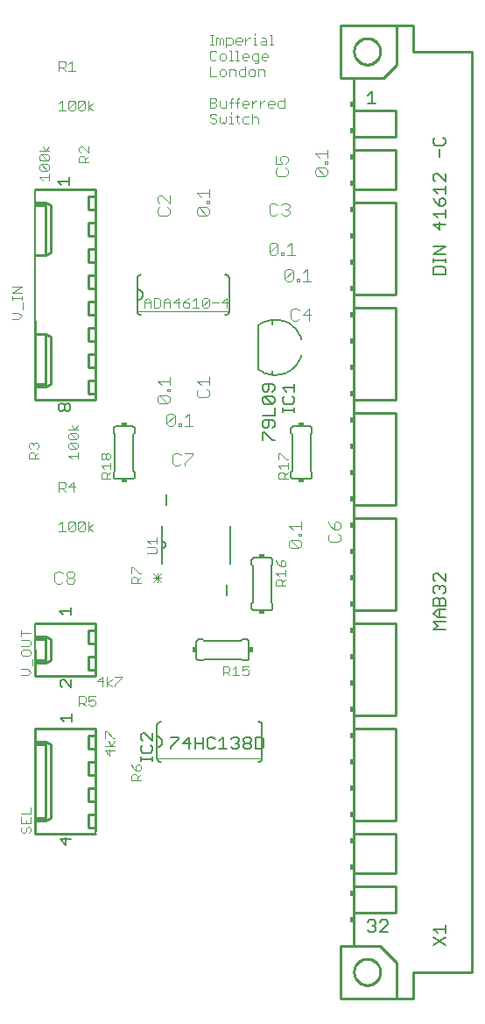
<source format=gto>
G75*
%MOIN*%
%OFA0B0*%
%FSLAX24Y24*%
%IPPOS*%
%LPD*%
%AMOC8*
5,1,8,0,0,1.08239X$1,22.5*
%
%ADD10C,0.0030*%
%ADD11C,0.0040*%
%ADD12C,0.0060*%
%ADD13C,0.0050*%
%ADD14C,0.0020*%
%ADD15R,0.0150X0.0200*%
%ADD16R,0.0200X0.0150*%
%ADD17C,0.0100*%
%ADD18C,0.0070*%
D10*
X005350Y010621D02*
X005165Y010807D01*
X005535Y010807D01*
X005535Y010990D02*
X005165Y010990D01*
X005350Y010868D02*
X005350Y010621D01*
X005412Y010990D02*
X005288Y011175D01*
X005165Y011297D02*
X005165Y011544D01*
X005226Y011544D01*
X005473Y011297D01*
X005535Y011297D01*
X005535Y011175D02*
X005412Y010990D01*
X006165Y010294D02*
X006226Y010170D01*
X006350Y010047D01*
X006350Y010232D01*
X006412Y010294D01*
X006473Y010294D01*
X006535Y010232D01*
X006535Y010108D01*
X006473Y010047D01*
X006350Y010047D01*
X006350Y009925D02*
X006412Y009864D01*
X006412Y009678D01*
X006535Y009678D02*
X006165Y009678D01*
X006165Y009864D01*
X006226Y009925D01*
X006350Y009925D01*
X006412Y009802D02*
X006535Y009925D01*
X005547Y013265D02*
X005547Y013327D01*
X005794Y013574D01*
X005794Y013635D01*
X005547Y013635D01*
X005425Y013512D02*
X005240Y013388D01*
X005425Y013265D01*
X005240Y013265D02*
X005240Y013635D01*
X005057Y013635D02*
X005057Y013265D01*
X005118Y013450D02*
X004871Y013450D01*
X005057Y013635D01*
X004794Y012885D02*
X004547Y012885D01*
X004547Y012700D01*
X004670Y012762D01*
X004732Y012762D01*
X004794Y012700D01*
X004794Y012577D01*
X004732Y012515D01*
X004608Y012515D01*
X004547Y012577D01*
X004425Y012515D02*
X004302Y012638D01*
X004364Y012638D02*
X004178Y012638D01*
X004178Y012515D02*
X004178Y012885D01*
X004364Y012885D01*
X004425Y012824D01*
X004425Y012700D01*
X004364Y012638D01*
X006165Y017178D02*
X006165Y017364D01*
X006226Y017425D01*
X006350Y017425D01*
X006412Y017364D01*
X006412Y017178D01*
X006535Y017178D02*
X006165Y017178D01*
X006165Y017547D02*
X006165Y017794D01*
X006226Y017794D01*
X006473Y017547D01*
X006535Y017547D01*
X006535Y017425D02*
X006412Y017302D01*
X007003Y017225D02*
X007317Y017539D01*
X007317Y017382D02*
X007003Y017382D01*
X007003Y017539D02*
X007317Y017225D01*
X007160Y017225D02*
X007160Y017539D01*
X004705Y019165D02*
X004520Y019288D01*
X004705Y019412D01*
X004520Y019535D02*
X004520Y019165D01*
X004399Y019227D02*
X004399Y019474D01*
X004152Y019227D01*
X004213Y019165D01*
X004337Y019165D01*
X004399Y019227D01*
X004399Y019474D02*
X004337Y019535D01*
X004213Y019535D01*
X004152Y019474D01*
X004152Y019227D01*
X004030Y019227D02*
X004030Y019474D01*
X003783Y019227D01*
X003845Y019165D01*
X003968Y019165D01*
X004030Y019227D01*
X004030Y019474D02*
X003968Y019535D01*
X003845Y019535D01*
X003783Y019474D01*
X003783Y019227D01*
X003662Y019165D02*
X003415Y019165D01*
X003538Y019165D02*
X003538Y019535D01*
X003415Y019412D01*
X003415Y020665D02*
X003415Y021035D01*
X003600Y021035D01*
X003662Y020974D01*
X003662Y020850D01*
X003600Y020788D01*
X003415Y020788D01*
X003538Y020788D02*
X003662Y020665D01*
X003783Y020850D02*
X004030Y020850D01*
X003968Y020665D02*
X003968Y021035D01*
X003783Y020850D01*
X003888Y021915D02*
X003765Y022038D01*
X004135Y022038D01*
X004135Y021915D02*
X004135Y022162D01*
X004073Y022283D02*
X003826Y022530D01*
X004073Y022530D01*
X004135Y022468D01*
X004135Y022345D01*
X004073Y022283D01*
X003826Y022283D01*
X003765Y022345D01*
X003765Y022468D01*
X003826Y022530D01*
X003826Y022652D02*
X003765Y022713D01*
X003765Y022837D01*
X003826Y022899D01*
X004073Y022652D01*
X004135Y022713D01*
X004135Y022837D01*
X004073Y022899D01*
X003826Y022899D01*
X003765Y023020D02*
X004135Y023020D01*
X004012Y023020D02*
X003888Y023205D01*
X004012Y023020D02*
X004135Y023205D01*
X004073Y022652D02*
X003826Y022652D01*
X002635Y022468D02*
X002635Y022345D01*
X002573Y022283D01*
X002635Y022162D02*
X002512Y022038D01*
X002512Y022100D02*
X002512Y021915D01*
X002635Y021915D02*
X002265Y021915D01*
X002265Y022100D01*
X002326Y022162D01*
X002450Y022162D01*
X002512Y022100D01*
X002326Y022283D02*
X002265Y022345D01*
X002265Y022468D01*
X002326Y022530D01*
X002388Y022530D01*
X002450Y022468D01*
X002512Y022530D01*
X002573Y022530D01*
X002635Y022468D01*
X002450Y022468D02*
X002450Y022407D01*
X002788Y032503D02*
X002665Y032627D01*
X003035Y032627D01*
X003035Y032750D02*
X003035Y032503D01*
X002973Y032871D02*
X002726Y032871D01*
X002665Y032933D01*
X002665Y033057D01*
X002726Y033118D01*
X002973Y032871D01*
X003035Y032933D01*
X003035Y033057D01*
X002973Y033118D01*
X002726Y033118D01*
X002726Y033240D02*
X002665Y033301D01*
X002665Y033425D01*
X002726Y033487D01*
X002973Y033240D01*
X003035Y033301D01*
X003035Y033425D01*
X002973Y033487D01*
X002726Y033487D01*
X002665Y033608D02*
X003035Y033608D01*
X002912Y033608D02*
X002788Y033793D01*
X002912Y033608D02*
X003035Y033793D01*
X002973Y033240D02*
X002726Y033240D01*
X003415Y035165D02*
X003662Y035165D01*
X003538Y035165D02*
X003538Y035535D01*
X003415Y035412D01*
X003783Y035474D02*
X003783Y035227D01*
X004030Y035474D01*
X004030Y035227D01*
X003968Y035165D01*
X003845Y035165D01*
X003783Y035227D01*
X003783Y035474D02*
X003845Y035535D01*
X003968Y035535D01*
X004030Y035474D01*
X004152Y035474D02*
X004152Y035227D01*
X004399Y035474D01*
X004399Y035227D01*
X004337Y035165D01*
X004213Y035165D01*
X004152Y035227D01*
X004152Y035474D02*
X004213Y035535D01*
X004337Y035535D01*
X004399Y035474D01*
X004520Y035535D02*
X004520Y035165D01*
X004520Y035288D02*
X004705Y035412D01*
X004520Y035288D02*
X004705Y035165D01*
X004535Y033794D02*
X004535Y033547D01*
X004288Y033794D01*
X004226Y033794D01*
X004165Y033732D01*
X004165Y033608D01*
X004226Y033547D01*
X004226Y033425D02*
X004350Y033425D01*
X004412Y033364D01*
X004412Y033178D01*
X004535Y033178D02*
X004165Y033178D01*
X004165Y033364D01*
X004226Y033425D01*
X004412Y033302D02*
X004535Y033425D01*
X004030Y036665D02*
X003783Y036665D01*
X003662Y036665D02*
X003538Y036788D01*
X003600Y036788D02*
X003415Y036788D01*
X003415Y036665D02*
X003415Y037035D01*
X003600Y037035D01*
X003662Y036974D01*
X003662Y036850D01*
X003600Y036788D01*
X003783Y036912D02*
X003907Y037035D01*
X003907Y036665D01*
X009165Y036835D02*
X009165Y036465D01*
X009412Y036465D01*
X009533Y036527D02*
X009595Y036465D01*
X009718Y036465D01*
X009780Y036527D01*
X009780Y036650D01*
X009718Y036712D01*
X009595Y036712D01*
X009533Y036650D01*
X009533Y036527D01*
X009595Y037065D02*
X009533Y037127D01*
X009533Y037250D01*
X009595Y037312D01*
X009718Y037312D01*
X009780Y037250D01*
X009780Y037127D01*
X009718Y037065D01*
X009595Y037065D01*
X009412Y037127D02*
X009350Y037065D01*
X009227Y037065D01*
X009165Y037127D01*
X009165Y037374D01*
X009227Y037435D01*
X009350Y037435D01*
X009412Y037374D01*
X009411Y037665D02*
X009411Y037912D01*
X009472Y037912D01*
X009534Y037850D01*
X009596Y037912D01*
X009657Y037850D01*
X009657Y037665D01*
X009779Y037665D02*
X009964Y037665D01*
X010026Y037727D01*
X010026Y037850D01*
X009964Y037912D01*
X009779Y037912D01*
X009779Y037542D01*
X009902Y037435D02*
X009963Y037435D01*
X009963Y037065D01*
X009902Y037065D02*
X010025Y037065D01*
X010147Y037065D02*
X010271Y037065D01*
X010209Y037065D02*
X010209Y037435D01*
X010147Y037435D01*
X010209Y037665D02*
X010147Y037727D01*
X010147Y037850D01*
X010209Y037912D01*
X010332Y037912D01*
X010394Y037850D01*
X010394Y037788D01*
X010147Y037788D01*
X010209Y037665D02*
X010332Y037665D01*
X010515Y037665D02*
X010515Y037912D01*
X010515Y037788D02*
X010639Y037912D01*
X010701Y037912D01*
X010822Y037912D02*
X010884Y037912D01*
X010884Y037665D01*
X010822Y037665D02*
X010946Y037665D01*
X011068Y037727D02*
X011130Y037788D01*
X011315Y037788D01*
X011315Y037850D02*
X011315Y037665D01*
X011130Y037665D01*
X011068Y037727D01*
X011130Y037912D02*
X011253Y037912D01*
X011315Y037850D01*
X011436Y037665D02*
X011560Y037665D01*
X011498Y037665D02*
X011498Y038035D01*
X011436Y038035D01*
X011315Y037312D02*
X011376Y037250D01*
X011376Y037188D01*
X011129Y037188D01*
X011129Y037127D02*
X011129Y037250D01*
X011191Y037312D01*
X011315Y037312D01*
X011315Y037065D02*
X011191Y037065D01*
X011129Y037127D01*
X011008Y037065D02*
X010823Y037065D01*
X010761Y037127D01*
X010761Y037250D01*
X010823Y037312D01*
X011008Y037312D01*
X011008Y037003D01*
X010946Y036942D01*
X010884Y036942D01*
X010823Y036712D02*
X010700Y036712D01*
X010638Y036650D01*
X010638Y036527D01*
X010700Y036465D01*
X010823Y036465D01*
X010885Y036527D01*
X010885Y036650D01*
X010823Y036712D01*
X011007Y036712D02*
X011007Y036465D01*
X011253Y036465D02*
X011253Y036650D01*
X011192Y036712D01*
X011007Y036712D01*
X010640Y037188D02*
X010393Y037188D01*
X010393Y037127D02*
X010393Y037250D01*
X010454Y037312D01*
X010578Y037312D01*
X010640Y037250D01*
X010640Y037188D01*
X010578Y037065D02*
X010454Y037065D01*
X010393Y037127D01*
X010517Y036835D02*
X010517Y036465D01*
X010332Y036465D01*
X010270Y036527D01*
X010270Y036650D01*
X010332Y036712D01*
X010517Y036712D01*
X010149Y036650D02*
X010149Y036465D01*
X010149Y036650D02*
X010087Y036712D01*
X009902Y036712D01*
X009902Y036465D01*
X010025Y035635D02*
X009963Y035574D01*
X009963Y035265D01*
X009963Y035097D02*
X009963Y035035D01*
X009963Y034912D02*
X009963Y034665D01*
X009902Y034665D02*
X010025Y034665D01*
X010209Y034727D02*
X010209Y034974D01*
X010147Y034912D02*
X010271Y034912D01*
X010393Y034850D02*
X010393Y034727D01*
X010454Y034665D01*
X010640Y034665D01*
X010761Y034665D02*
X010761Y035035D01*
X010823Y034912D02*
X010761Y034850D01*
X010823Y034912D02*
X010946Y034912D01*
X011008Y034850D01*
X011008Y034665D01*
X011068Y035265D02*
X011068Y035512D01*
X010946Y035512D02*
X010884Y035512D01*
X010761Y035388D01*
X010640Y035388D02*
X010393Y035388D01*
X010393Y035327D02*
X010393Y035450D01*
X010454Y035512D01*
X010578Y035512D01*
X010640Y035450D01*
X010640Y035388D01*
X010578Y035265D02*
X010454Y035265D01*
X010393Y035327D01*
X010271Y035450D02*
X010147Y035450D01*
X010025Y035450D02*
X009902Y035450D01*
X009780Y035512D02*
X009780Y035265D01*
X009595Y035265D01*
X009533Y035327D01*
X009533Y035512D01*
X009412Y035512D02*
X009350Y035450D01*
X009165Y035450D01*
X009165Y035265D02*
X009165Y035635D01*
X009350Y035635D01*
X009412Y035574D01*
X009412Y035512D01*
X009350Y035450D02*
X009412Y035388D01*
X009412Y035327D01*
X009350Y035265D01*
X009165Y035265D01*
X009227Y035035D02*
X009165Y034974D01*
X009165Y034912D01*
X009227Y034850D01*
X009350Y034850D01*
X009412Y034788D01*
X009412Y034727D01*
X009350Y034665D01*
X009227Y034665D01*
X009165Y034727D01*
X009227Y035035D02*
X009350Y035035D01*
X009412Y034974D01*
X009533Y034912D02*
X009533Y034727D01*
X009595Y034665D01*
X009657Y034727D01*
X009718Y034665D01*
X009780Y034727D01*
X009780Y034912D01*
X009902Y034912D02*
X009963Y034912D01*
X010209Y034727D02*
X010271Y034665D01*
X010393Y034850D02*
X010454Y034912D01*
X010640Y034912D01*
X010761Y035265D02*
X010761Y035512D01*
X011068Y035388D02*
X011191Y035512D01*
X011253Y035512D01*
X011375Y035450D02*
X011437Y035512D01*
X011560Y035512D01*
X011622Y035450D01*
X011622Y035388D01*
X011375Y035388D01*
X011375Y035327D02*
X011375Y035450D01*
X011375Y035327D02*
X011437Y035265D01*
X011560Y035265D01*
X011743Y035327D02*
X011743Y035450D01*
X011805Y035512D01*
X011990Y035512D01*
X011990Y035635D02*
X011990Y035265D01*
X011805Y035265D01*
X011743Y035327D01*
X010884Y038035D02*
X010884Y038097D01*
X010271Y035635D02*
X010209Y035574D01*
X010209Y035265D01*
X009534Y037665D02*
X009534Y037850D01*
X009288Y037665D02*
X009165Y037665D01*
X009227Y037665D02*
X009227Y038035D01*
X009288Y038035D02*
X009165Y038035D01*
D11*
X011670Y033437D02*
X011670Y033130D01*
X011900Y033130D01*
X011823Y033284D01*
X011823Y033361D01*
X011900Y033437D01*
X012053Y033437D01*
X012130Y033361D01*
X012130Y033207D01*
X012053Y033130D01*
X012053Y032977D02*
X012130Y032900D01*
X012130Y032747D01*
X012053Y032670D01*
X011746Y032670D01*
X011670Y032747D01*
X011670Y032900D01*
X011746Y032977D01*
X011650Y031630D02*
X011497Y031630D01*
X011420Y031554D01*
X011420Y031247D01*
X011497Y031170D01*
X011650Y031170D01*
X011727Y031247D01*
X011880Y031247D02*
X011957Y031170D01*
X012111Y031170D01*
X012187Y031247D01*
X012187Y031323D01*
X012111Y031400D01*
X012034Y031400D01*
X012111Y031400D02*
X012187Y031477D01*
X012187Y031554D01*
X012111Y031630D01*
X011957Y031630D01*
X011880Y031554D01*
X011727Y031554D02*
X011650Y031630D01*
X011650Y030130D02*
X011497Y030130D01*
X011420Y030054D01*
X011420Y029747D01*
X011727Y030054D01*
X011727Y029747D01*
X011650Y029670D01*
X011497Y029670D01*
X011420Y029747D01*
X011727Y030054D02*
X011650Y030130D01*
X011880Y029747D02*
X011957Y029747D01*
X011957Y029670D01*
X011880Y029670D01*
X011880Y029747D01*
X012111Y029670D02*
X012418Y029670D01*
X012264Y029670D02*
X012264Y030130D01*
X012111Y029977D01*
X012096Y029130D02*
X012249Y029130D01*
X012326Y029054D01*
X012019Y028747D01*
X012096Y028670D01*
X012249Y028670D01*
X012326Y028747D01*
X012326Y029054D01*
X012096Y029130D02*
X012019Y029054D01*
X012019Y028747D01*
X012479Y028747D02*
X012556Y028747D01*
X012556Y028670D01*
X012479Y028670D01*
X012479Y028747D01*
X012710Y028670D02*
X013017Y028670D01*
X012863Y028670D02*
X012863Y029130D01*
X012710Y028977D01*
X012940Y027630D02*
X012710Y027400D01*
X013017Y027400D01*
X012940Y027170D02*
X012940Y027630D01*
X012556Y027554D02*
X012479Y027630D01*
X012326Y027630D01*
X012249Y027554D01*
X012249Y027247D01*
X012326Y027170D01*
X012479Y027170D01*
X012556Y027247D01*
X011828Y022122D02*
X011770Y022122D01*
X011770Y021888D01*
X011828Y022122D02*
X012062Y021888D01*
X012120Y021888D01*
X012120Y021763D02*
X012120Y021529D01*
X012120Y021646D02*
X011770Y021646D01*
X011886Y021529D01*
X011828Y021404D02*
X011770Y021345D01*
X011770Y021170D01*
X012120Y021170D01*
X012003Y021170D02*
X012003Y021345D01*
X011945Y021404D01*
X011828Y021404D01*
X012003Y021287D02*
X012120Y021404D01*
X012630Y019517D02*
X012630Y019210D01*
X012630Y019363D02*
X012170Y019363D01*
X012323Y019210D01*
X012246Y018826D02*
X012553Y018519D01*
X012630Y018596D01*
X012630Y018749D01*
X012553Y018826D01*
X012246Y018826D01*
X012170Y018749D01*
X012170Y018596D01*
X012246Y018519D01*
X012553Y018519D01*
X012553Y018979D02*
X012553Y019056D01*
X012630Y019056D01*
X012630Y018979D01*
X012553Y018979D01*
X011972Y018044D02*
X011913Y018044D01*
X011855Y017986D01*
X011855Y017811D01*
X011972Y017811D01*
X012030Y017869D01*
X012030Y017986D01*
X011972Y018044D01*
X011855Y017811D02*
X011738Y017928D01*
X011680Y018044D01*
X011680Y017569D02*
X012030Y017569D01*
X012030Y017685D02*
X012030Y017452D01*
X012030Y017326D02*
X011913Y017209D01*
X011913Y017268D02*
X011913Y017093D01*
X012030Y017093D02*
X011680Y017093D01*
X011680Y017268D01*
X011738Y017326D01*
X011855Y017326D01*
X011913Y017268D01*
X011796Y017452D02*
X011680Y017569D01*
X010622Y014030D02*
X010388Y014030D01*
X010388Y013855D01*
X010505Y013914D01*
X010563Y013914D01*
X010622Y013855D01*
X010622Y013738D01*
X010563Y013680D01*
X010447Y013680D01*
X010388Y013738D01*
X010263Y013680D02*
X010029Y013680D01*
X010146Y013680D02*
X010146Y014030D01*
X010029Y013914D01*
X009904Y013972D02*
X009904Y013855D01*
X009845Y013797D01*
X009670Y013797D01*
X009787Y013797D02*
X009904Y013680D01*
X009670Y013680D02*
X009670Y014030D01*
X009845Y014030D01*
X009904Y013972D01*
X007070Y018310D02*
X007130Y018370D01*
X007130Y018490D01*
X007070Y018550D01*
X006770Y018550D01*
X006890Y018678D02*
X006770Y018798D01*
X007130Y018798D01*
X007130Y018678D02*
X007130Y018919D01*
X007070Y018310D02*
X006770Y018310D01*
X005370Y021170D02*
X005020Y021170D01*
X005020Y021345D01*
X005078Y021404D01*
X005195Y021404D01*
X005253Y021345D01*
X005253Y021170D01*
X005253Y021287D02*
X005370Y021404D01*
X005370Y021529D02*
X005370Y021763D01*
X005370Y021646D02*
X005020Y021646D01*
X005136Y021529D01*
X005136Y021888D02*
X005078Y021888D01*
X005020Y021947D01*
X005020Y022063D01*
X005078Y022122D01*
X005136Y022122D01*
X005195Y022063D01*
X005195Y021947D01*
X005136Y021888D01*
X005195Y021947D02*
X005253Y021888D01*
X005312Y021888D01*
X005370Y021947D01*
X005370Y022063D01*
X005312Y022122D01*
X005253Y022122D01*
X005195Y022063D01*
X007170Y024096D02*
X007170Y024249D01*
X007246Y024326D01*
X007553Y024019D01*
X007630Y024096D01*
X007630Y024249D01*
X007553Y024326D01*
X007246Y024326D01*
X007170Y024096D02*
X007246Y024019D01*
X007553Y024019D01*
X007596Y023630D02*
X007519Y023554D01*
X007519Y023247D01*
X007826Y023554D01*
X007826Y023247D01*
X007749Y023170D01*
X007596Y023170D01*
X007519Y023247D01*
X007596Y023630D02*
X007749Y023630D01*
X007826Y023554D01*
X007979Y023247D02*
X008056Y023247D01*
X008056Y023170D01*
X007979Y023170D01*
X007979Y023247D01*
X008210Y023170D02*
X008517Y023170D01*
X008363Y023170D02*
X008363Y023630D01*
X008210Y023477D01*
X008746Y024249D02*
X008670Y024326D01*
X008670Y024479D01*
X008746Y024556D01*
X008823Y024710D02*
X008670Y024863D01*
X009130Y024863D01*
X009130Y024710D02*
X009130Y025017D01*
X009053Y024556D02*
X009130Y024479D01*
X009130Y024326D01*
X009053Y024249D01*
X008746Y024249D01*
X007630Y024479D02*
X007630Y024556D01*
X007553Y024556D01*
X007553Y024479D01*
X007630Y024479D01*
X007630Y024710D02*
X007630Y025017D01*
X007630Y024863D02*
X007170Y024863D01*
X007323Y024710D01*
X007826Y022130D02*
X007749Y022054D01*
X007749Y021747D01*
X007826Y021670D01*
X007979Y021670D01*
X008056Y021747D01*
X008210Y021747D02*
X008210Y021670D01*
X008210Y021747D02*
X008517Y022054D01*
X008517Y022130D01*
X008210Y022130D01*
X008056Y022054D02*
X007979Y022130D01*
X007826Y022130D01*
X007955Y027670D02*
X007955Y028030D01*
X007775Y027850D01*
X008015Y027850D01*
X008143Y027850D02*
X008143Y027730D01*
X008203Y027670D01*
X008323Y027670D01*
X008383Y027730D01*
X008383Y027790D01*
X008323Y027850D01*
X008143Y027850D01*
X008263Y027970D01*
X008383Y028030D01*
X008512Y027910D02*
X008632Y028030D01*
X008632Y027670D01*
X008512Y027670D02*
X008752Y027670D01*
X008880Y027730D02*
X008880Y027970D01*
X008940Y028030D01*
X009060Y028030D01*
X009120Y027970D01*
X008880Y027730D01*
X008940Y027670D01*
X009060Y027670D01*
X009120Y027730D01*
X009120Y027970D01*
X009248Y027850D02*
X009488Y027850D01*
X009617Y027850D02*
X009857Y027850D01*
X009797Y027670D02*
X009797Y028030D01*
X009617Y027850D01*
X009053Y031170D02*
X008746Y031170D01*
X008670Y031247D01*
X008670Y031400D01*
X008746Y031477D01*
X009053Y031170D01*
X009130Y031247D01*
X009130Y031400D01*
X009053Y031477D01*
X008746Y031477D01*
X009053Y031630D02*
X009053Y031707D01*
X009130Y031707D01*
X009130Y031630D01*
X009053Y031630D01*
X009130Y031861D02*
X009130Y032168D01*
X009130Y032014D02*
X008670Y032014D01*
X008823Y031861D01*
X007630Y031937D02*
X007630Y031630D01*
X007323Y031937D01*
X007246Y031937D01*
X007170Y031861D01*
X007170Y031707D01*
X007246Y031630D01*
X007246Y031477D02*
X007170Y031400D01*
X007170Y031247D01*
X007246Y031170D01*
X007553Y031170D01*
X007630Y031247D01*
X007630Y031400D01*
X007553Y031477D01*
X007527Y028030D02*
X007647Y027910D01*
X007647Y027670D01*
X007647Y027850D02*
X007407Y027850D01*
X007407Y027910D02*
X007527Y028030D01*
X007407Y027910D02*
X007407Y027670D01*
X007279Y027730D02*
X007279Y027970D01*
X007218Y028030D01*
X007038Y028030D01*
X007038Y027670D01*
X007218Y027670D01*
X007279Y027730D01*
X006910Y027670D02*
X006910Y027910D01*
X006790Y028030D01*
X006670Y027910D01*
X006670Y027670D01*
X006670Y027850D02*
X006910Y027850D01*
X002051Y027839D02*
X002051Y027599D01*
X001870Y027471D02*
X001991Y027351D01*
X001870Y027231D01*
X001630Y027231D01*
X001630Y027471D02*
X001870Y027471D01*
X001991Y027967D02*
X001991Y028087D01*
X001991Y028027D02*
X001630Y028027D01*
X001630Y027967D02*
X001630Y028087D01*
X001630Y028213D02*
X001991Y028453D01*
X001630Y028453D01*
X001630Y028213D02*
X001991Y028213D01*
X003326Y017630D02*
X003249Y017554D01*
X003249Y017247D01*
X003326Y017170D01*
X003479Y017170D01*
X003556Y017247D01*
X003710Y017247D02*
X003710Y017323D01*
X003786Y017400D01*
X003940Y017400D01*
X004017Y017323D01*
X004017Y017247D01*
X003940Y017170D01*
X003786Y017170D01*
X003710Y017247D01*
X003786Y017400D02*
X003710Y017477D01*
X003710Y017554D01*
X003786Y017630D01*
X003940Y017630D01*
X004017Y017554D01*
X004017Y017477D01*
X003940Y017400D01*
X003556Y017554D02*
X003479Y017630D01*
X003326Y017630D01*
X002341Y015274D02*
X001980Y015274D01*
X001980Y015154D02*
X001980Y015394D01*
X001980Y015026D02*
X002281Y015026D01*
X002341Y014966D01*
X002341Y014846D01*
X002281Y014786D01*
X001980Y014786D01*
X002040Y014657D02*
X001980Y014597D01*
X001980Y014477D01*
X002040Y014417D01*
X002281Y014417D01*
X002341Y014477D01*
X002341Y014597D01*
X002281Y014657D01*
X002040Y014657D01*
X001980Y013921D02*
X002220Y013921D01*
X002341Y013801D01*
X002220Y013681D01*
X001980Y013681D01*
X002401Y014049D02*
X002401Y014289D01*
X002341Y008657D02*
X002341Y008417D01*
X001980Y008417D01*
X001980Y008289D02*
X001980Y008049D01*
X002341Y008049D01*
X002341Y008289D01*
X002160Y008169D02*
X002160Y008049D01*
X002220Y007921D02*
X002281Y007921D01*
X002341Y007861D01*
X002341Y007741D01*
X002281Y007681D01*
X002160Y007741D02*
X002160Y007861D01*
X002220Y007921D01*
X002040Y007921D02*
X001980Y007861D01*
X001980Y007741D01*
X002040Y007681D01*
X002100Y007681D01*
X002160Y007741D01*
X013670Y018826D02*
X013746Y018749D01*
X014053Y018749D01*
X014130Y018826D01*
X014130Y018979D01*
X014053Y019056D01*
X014053Y019210D02*
X014130Y019286D01*
X014130Y019440D01*
X014053Y019517D01*
X013977Y019517D01*
X013900Y019440D01*
X013900Y019210D01*
X014053Y019210D01*
X013900Y019210D02*
X013746Y019363D01*
X013670Y019517D01*
X013746Y019056D02*
X013670Y018979D01*
X013670Y018826D01*
X013553Y032670D02*
X013246Y032670D01*
X013170Y032747D01*
X013170Y032900D01*
X013246Y032977D01*
X013553Y032670D01*
X013630Y032747D01*
X013630Y032900D01*
X013553Y032977D01*
X013246Y032977D01*
X013323Y033361D02*
X013170Y033514D01*
X013630Y033514D01*
X013630Y033361D02*
X013630Y033668D01*
X013630Y033207D02*
X013630Y033130D01*
X013553Y033130D01*
X013553Y033207D01*
X013630Y033207D01*
D12*
X011550Y027195D02*
X011550Y027037D01*
X011000Y026975D02*
X011000Y025325D01*
X011550Y025263D02*
X011550Y025105D01*
X011000Y025325D02*
X011051Y025288D01*
X011104Y025253D01*
X011160Y025221D01*
X011217Y025193D01*
X011276Y025169D01*
X011336Y025148D01*
X011397Y025131D01*
X011459Y025117D01*
X011522Y025108D01*
X011585Y025102D01*
X011649Y025100D01*
X011713Y025102D01*
X011776Y025108D01*
X011839Y025117D01*
X011901Y025130D01*
X011962Y025148D01*
X012022Y025168D01*
X012081Y025193D01*
X012138Y025220D01*
X012194Y025252D01*
X012247Y025286D01*
X012298Y025324D01*
X012347Y025365D01*
X012393Y025409D01*
X012437Y025455D01*
X012478Y025504D01*
X012515Y025555D01*
X012550Y025609D01*
X012581Y025664D01*
X012609Y025721D01*
X012633Y025780D01*
X012653Y025840D01*
X012653Y026460D02*
X012633Y026520D01*
X012609Y026579D01*
X012581Y026636D01*
X012550Y026691D01*
X012515Y026745D01*
X012478Y026796D01*
X012437Y026845D01*
X012393Y026891D01*
X012347Y026935D01*
X012298Y026976D01*
X012247Y027014D01*
X012194Y027048D01*
X012138Y027079D01*
X012081Y027107D01*
X012022Y027132D01*
X011962Y027152D01*
X011901Y027170D01*
X011839Y027183D01*
X011776Y027192D01*
X011713Y027198D01*
X011649Y027200D01*
X011585Y027198D01*
X011522Y027192D01*
X011459Y027183D01*
X011397Y027169D01*
X011336Y027152D01*
X011276Y027131D01*
X011217Y027107D01*
X011160Y027079D01*
X011104Y027047D01*
X011051Y027012D01*
X011000Y026975D01*
X009900Y027530D02*
X009900Y028770D01*
X009898Y028793D01*
X009893Y028816D01*
X009884Y028838D01*
X009871Y028858D01*
X009856Y028876D01*
X009838Y028891D01*
X009818Y028904D01*
X009796Y028913D01*
X009773Y028918D01*
X009750Y028920D01*
X009900Y027530D02*
X009898Y027507D01*
X009893Y027484D01*
X009884Y027462D01*
X009871Y027442D01*
X009856Y027424D01*
X009838Y027409D01*
X009818Y027396D01*
X009796Y027387D01*
X009773Y027382D01*
X009750Y027380D01*
X012350Y023150D02*
X012950Y023150D01*
X012967Y023148D01*
X012984Y023144D01*
X013000Y023137D01*
X013014Y023127D01*
X013027Y023114D01*
X013037Y023100D01*
X013044Y023084D01*
X013048Y023067D01*
X013050Y023050D01*
X013050Y022900D01*
X013000Y022850D01*
X013000Y021450D01*
X013050Y021400D01*
X013050Y021250D01*
X013048Y021233D01*
X013044Y021216D01*
X013037Y021200D01*
X013027Y021186D01*
X013014Y021173D01*
X013000Y021163D01*
X012984Y021156D01*
X012967Y021152D01*
X012950Y021150D01*
X012350Y021150D01*
X012333Y021152D01*
X012316Y021156D01*
X012300Y021163D01*
X012286Y021173D01*
X012273Y021186D01*
X012263Y021200D01*
X012256Y021216D01*
X012252Y021233D01*
X012250Y021250D01*
X012250Y021400D01*
X012300Y021450D01*
X012300Y022850D01*
X012250Y022900D01*
X012250Y023050D01*
X012252Y023067D01*
X012256Y023084D01*
X012263Y023100D01*
X012273Y023114D01*
X012286Y023127D01*
X012300Y023137D01*
X012316Y023144D01*
X012333Y023148D01*
X012350Y023150D01*
X009950Y019370D02*
X009950Y017930D01*
X009810Y017120D02*
X009810Y016720D01*
X010750Y016400D02*
X010750Y016250D01*
X010752Y016233D01*
X010756Y016216D01*
X010763Y016200D01*
X010773Y016186D01*
X010786Y016173D01*
X010800Y016163D01*
X010816Y016156D01*
X010833Y016152D01*
X010850Y016150D01*
X011450Y016150D01*
X011467Y016152D01*
X011484Y016156D01*
X011500Y016163D01*
X011514Y016173D01*
X011527Y016186D01*
X011537Y016200D01*
X011544Y016216D01*
X011548Y016233D01*
X011550Y016250D01*
X011550Y016400D01*
X011500Y016450D01*
X011500Y017850D01*
X011550Y017900D01*
X011550Y018050D01*
X011548Y018067D01*
X011544Y018084D01*
X011537Y018100D01*
X011527Y018114D01*
X011514Y018127D01*
X011500Y018137D01*
X011484Y018144D01*
X011467Y018148D01*
X011450Y018150D01*
X010850Y018150D01*
X010833Y018148D01*
X010816Y018144D01*
X010800Y018137D01*
X010786Y018127D01*
X010773Y018114D01*
X010763Y018100D01*
X010756Y018084D01*
X010752Y018067D01*
X010750Y018050D01*
X010750Y017900D01*
X010800Y017850D01*
X010800Y016450D01*
X010750Y016400D01*
X010550Y015050D02*
X010400Y015050D01*
X010350Y015000D01*
X008950Y015000D01*
X008900Y015050D01*
X008750Y015050D01*
X008733Y015048D01*
X008716Y015044D01*
X008700Y015037D01*
X008686Y015027D01*
X008673Y015014D01*
X008663Y015000D01*
X008656Y014984D01*
X008652Y014967D01*
X008650Y014950D01*
X008650Y014350D01*
X008652Y014333D01*
X008656Y014316D01*
X008663Y014300D01*
X008673Y014286D01*
X008686Y014273D01*
X008700Y014263D01*
X008716Y014256D01*
X008733Y014252D01*
X008750Y014250D01*
X008900Y014250D01*
X008950Y014300D01*
X010350Y014300D01*
X010400Y014250D01*
X010550Y014250D01*
X010567Y014252D01*
X010584Y014256D01*
X010600Y014263D01*
X010614Y014273D01*
X010627Y014286D01*
X010637Y014300D01*
X010644Y014316D01*
X010648Y014333D01*
X010650Y014350D01*
X010650Y014950D01*
X010648Y014967D01*
X010644Y014984D01*
X010637Y015000D01*
X010627Y015014D01*
X010614Y015027D01*
X010600Y015037D01*
X010584Y015044D01*
X010567Y015048D01*
X010550Y015050D01*
X011000Y011920D02*
X011023Y011918D01*
X011046Y011913D01*
X011068Y011904D01*
X011088Y011891D01*
X011106Y011876D01*
X011121Y011858D01*
X011134Y011838D01*
X011143Y011816D01*
X011148Y011793D01*
X011150Y011770D01*
X011150Y010530D01*
X011148Y010507D01*
X011143Y010484D01*
X011134Y010462D01*
X011121Y010442D01*
X011106Y010424D01*
X011088Y010409D01*
X011068Y010396D01*
X011046Y010387D01*
X011023Y010382D01*
X011000Y010380D01*
X007300Y010380D02*
X007277Y010382D01*
X007254Y010387D01*
X007232Y010396D01*
X007212Y010409D01*
X007194Y010424D01*
X007179Y010442D01*
X007166Y010462D01*
X007157Y010484D01*
X007152Y010507D01*
X007150Y010530D01*
X007150Y010950D01*
X007150Y011350D01*
X007150Y011770D01*
X007152Y011793D01*
X007157Y011816D01*
X007166Y011838D01*
X007179Y011858D01*
X007194Y011876D01*
X007212Y011891D01*
X007232Y011904D01*
X007254Y011913D01*
X007277Y011918D01*
X007300Y011920D01*
X007150Y011350D02*
X007177Y011348D01*
X007204Y011343D01*
X007230Y011333D01*
X007254Y011321D01*
X007276Y011305D01*
X007296Y011287D01*
X007313Y011265D01*
X007328Y011242D01*
X007338Y011217D01*
X007346Y011191D01*
X007350Y011164D01*
X007350Y011136D01*
X007346Y011109D01*
X007338Y011083D01*
X007328Y011058D01*
X007313Y011035D01*
X007296Y011013D01*
X007276Y010995D01*
X007254Y010979D01*
X007230Y010967D01*
X007204Y010957D01*
X007177Y010952D01*
X007150Y010950D01*
X007350Y017930D02*
X007350Y018530D01*
X007350Y018770D01*
X007350Y019370D01*
X007350Y018770D02*
X007371Y018768D01*
X007391Y018763D01*
X007410Y018754D01*
X007427Y018742D01*
X007442Y018727D01*
X007454Y018710D01*
X007463Y018691D01*
X007468Y018671D01*
X007470Y018650D01*
X007468Y018629D01*
X007463Y018609D01*
X007454Y018590D01*
X007442Y018573D01*
X007427Y018558D01*
X007410Y018546D01*
X007391Y018537D01*
X007371Y018532D01*
X007350Y018530D01*
X007500Y020170D02*
X007500Y020570D01*
X006300Y021250D02*
X006300Y021400D01*
X006250Y021450D01*
X006250Y022850D01*
X006300Y022900D01*
X006300Y023050D01*
X006298Y023067D01*
X006294Y023084D01*
X006287Y023100D01*
X006277Y023114D01*
X006264Y023127D01*
X006250Y023137D01*
X006234Y023144D01*
X006217Y023148D01*
X006200Y023150D01*
X005600Y023150D01*
X005583Y023148D01*
X005566Y023144D01*
X005550Y023137D01*
X005536Y023127D01*
X005523Y023114D01*
X005513Y023100D01*
X005506Y023084D01*
X005502Y023067D01*
X005500Y023050D01*
X005500Y022900D01*
X005550Y022850D01*
X005550Y021450D01*
X005500Y021400D01*
X005500Y021250D01*
X005502Y021233D01*
X005506Y021216D01*
X005513Y021200D01*
X005523Y021186D01*
X005536Y021173D01*
X005550Y021163D01*
X005566Y021156D01*
X005583Y021152D01*
X005600Y021150D01*
X006200Y021150D01*
X006217Y021152D01*
X006234Y021156D01*
X006250Y021163D01*
X006264Y021173D01*
X006277Y021186D01*
X006287Y021200D01*
X006294Y021216D01*
X006298Y021233D01*
X006300Y021250D01*
X006400Y027530D02*
X006400Y027950D01*
X006400Y028350D01*
X006400Y028770D01*
X006402Y028793D01*
X006407Y028816D01*
X006416Y028838D01*
X006429Y028858D01*
X006444Y028876D01*
X006462Y028891D01*
X006482Y028904D01*
X006504Y028913D01*
X006527Y028918D01*
X006550Y028920D01*
X006400Y028350D02*
X006427Y028348D01*
X006454Y028343D01*
X006480Y028333D01*
X006504Y028321D01*
X006526Y028305D01*
X006546Y028287D01*
X006563Y028265D01*
X006578Y028242D01*
X006588Y028217D01*
X006596Y028191D01*
X006600Y028164D01*
X006600Y028136D01*
X006596Y028109D01*
X006588Y028083D01*
X006578Y028058D01*
X006563Y028035D01*
X006546Y028013D01*
X006526Y027995D01*
X006504Y027979D01*
X006480Y027967D01*
X006454Y027957D01*
X006427Y027952D01*
X006400Y027950D01*
X006400Y027530D02*
X006402Y027507D01*
X006407Y027484D01*
X006416Y027462D01*
X006429Y027442D01*
X006444Y027424D01*
X006462Y027409D01*
X006482Y027396D01*
X006504Y027387D01*
X006527Y027382D01*
X006550Y027380D01*
D13*
X002650Y024650D02*
X002500Y024650D01*
X002500Y027150D02*
X002500Y032150D01*
X002500Y015650D02*
X002500Y014650D01*
X002500Y014250D02*
X002500Y014150D01*
X002650Y014150D01*
X004800Y013900D02*
X004800Y013750D01*
X004800Y014650D02*
X004800Y014900D01*
X004800Y015400D02*
X004800Y015650D01*
X006600Y011493D02*
X006525Y011418D01*
X006525Y011267D01*
X006600Y011192D01*
X006600Y011032D02*
X006525Y010957D01*
X006525Y010807D01*
X006600Y010732D01*
X006900Y010732D01*
X006975Y010807D01*
X006975Y010957D01*
X006900Y011032D01*
X006975Y011192D02*
X006675Y011493D01*
X006600Y011493D01*
X006975Y011493D02*
X006975Y011192D01*
X006975Y010575D02*
X006975Y010425D01*
X006975Y010500D02*
X006525Y010500D01*
X006525Y010425D02*
X006525Y010575D01*
X007675Y010875D02*
X007675Y010950D01*
X007975Y011250D01*
X007975Y011325D01*
X007675Y011325D01*
X008135Y011100D02*
X008436Y011100D01*
X008596Y011100D02*
X008896Y011100D01*
X009056Y010950D02*
X009131Y010875D01*
X009281Y010875D01*
X009356Y010950D01*
X009517Y010875D02*
X009817Y010875D01*
X009667Y010875D02*
X009667Y011325D01*
X009517Y011175D01*
X009356Y011250D02*
X009281Y011325D01*
X009131Y011325D01*
X009056Y011250D01*
X009056Y010950D01*
X008896Y010875D02*
X008896Y011325D01*
X008596Y011325D02*
X008596Y010875D01*
X008361Y010875D02*
X008361Y011325D01*
X008135Y011100D01*
X009977Y010950D02*
X010052Y010875D01*
X010202Y010875D01*
X010277Y010950D01*
X010277Y011025D01*
X010202Y011100D01*
X010127Y011100D01*
X010202Y011100D02*
X010277Y011175D01*
X010277Y011250D01*
X010202Y011325D01*
X010052Y011325D01*
X009977Y011250D01*
X010437Y011250D02*
X010437Y011175D01*
X010512Y011100D01*
X010663Y011100D01*
X010738Y011025D01*
X010738Y010950D01*
X010663Y010875D01*
X010512Y010875D01*
X010437Y010950D01*
X010437Y011025D01*
X010512Y011100D01*
X010663Y011100D02*
X010738Y011175D01*
X010738Y011250D01*
X010663Y011325D01*
X010512Y011325D01*
X010437Y011250D01*
X010898Y011325D02*
X010898Y010875D01*
X011123Y010875D01*
X011198Y010950D01*
X011198Y011250D01*
X011123Y011325D01*
X010898Y011325D01*
X015250Y004375D02*
X015175Y004300D01*
X015250Y004375D02*
X015400Y004375D01*
X015475Y004300D01*
X015475Y004225D01*
X015400Y004150D01*
X015475Y004075D01*
X015475Y004000D01*
X015400Y003925D01*
X015250Y003925D01*
X015175Y004000D01*
X015325Y004150D02*
X015400Y004150D01*
X015635Y004300D02*
X015710Y004375D01*
X015861Y004375D01*
X015936Y004300D01*
X015936Y004225D01*
X015635Y003925D01*
X015936Y003925D01*
X017675Y004036D02*
X018125Y004036D01*
X018125Y004186D02*
X018125Y003885D01*
X018125Y003725D02*
X017675Y003425D01*
X017675Y003725D02*
X018125Y003425D01*
X017825Y003885D02*
X017675Y004036D01*
X017675Y015415D02*
X017825Y015565D01*
X017675Y015715D01*
X018125Y015715D01*
X018125Y015875D02*
X017825Y015875D01*
X017675Y016026D01*
X017825Y016176D01*
X018125Y016176D01*
X018125Y016336D02*
X018125Y016561D01*
X018050Y016636D01*
X017975Y016636D01*
X017900Y016561D01*
X017900Y016336D01*
X017900Y016176D02*
X017900Y015875D01*
X018125Y015415D02*
X017675Y015415D01*
X017675Y016336D02*
X017675Y016561D01*
X017750Y016636D01*
X017825Y016636D01*
X017900Y016561D01*
X018050Y016796D02*
X018125Y016871D01*
X018125Y017021D01*
X018050Y017096D01*
X017975Y017096D01*
X017900Y017021D01*
X017900Y016946D01*
X017900Y017021D02*
X017825Y017096D01*
X017750Y017096D01*
X017675Y017021D01*
X017675Y016871D01*
X017750Y016796D01*
X017750Y017257D02*
X017675Y017332D01*
X017675Y017482D01*
X017750Y017557D01*
X017825Y017557D01*
X018125Y017257D01*
X018125Y017557D01*
X018125Y016336D02*
X017675Y016336D01*
X012375Y023697D02*
X012375Y023847D01*
X012375Y023772D02*
X011925Y023772D01*
X011925Y023697D02*
X011925Y023847D01*
X012000Y024004D02*
X011925Y024079D01*
X011925Y024229D01*
X012000Y024304D01*
X012075Y024465D02*
X011925Y024615D01*
X012375Y024615D01*
X012375Y024465D02*
X012375Y024765D01*
X012300Y024304D02*
X012375Y024229D01*
X012375Y024079D01*
X012300Y024004D01*
X012000Y024004D01*
X011625Y024079D02*
X011550Y024004D01*
X011250Y024304D01*
X011550Y024304D01*
X011625Y024229D01*
X011625Y024079D01*
X011550Y024004D02*
X011250Y024004D01*
X011175Y024079D01*
X011175Y024229D01*
X011250Y024304D01*
X011250Y024465D02*
X011325Y024465D01*
X011400Y024540D01*
X011400Y024765D01*
X011550Y024765D02*
X011250Y024765D01*
X011175Y024690D01*
X011175Y024540D01*
X011250Y024465D01*
X011550Y024465D02*
X011625Y024540D01*
X011625Y024690D01*
X011550Y024765D01*
X011625Y023844D02*
X011625Y023544D01*
X011175Y023544D01*
X011250Y023384D02*
X011175Y023309D01*
X011175Y023158D01*
X011250Y023083D01*
X011325Y023083D01*
X011400Y023158D01*
X011400Y023384D01*
X011550Y023384D02*
X011250Y023384D01*
X011550Y023384D02*
X011625Y023309D01*
X011625Y023158D01*
X011550Y023083D01*
X011250Y022923D02*
X011550Y022623D01*
X011625Y022623D01*
X011250Y022923D02*
X011175Y022923D01*
X011175Y022623D01*
X015175Y035425D02*
X015475Y035425D01*
X015325Y035425D02*
X015325Y035875D01*
X015175Y035725D01*
X017675Y034061D02*
X017675Y033911D01*
X017750Y033836D01*
X018050Y033836D01*
X018125Y033911D01*
X018125Y034061D01*
X018050Y034136D01*
X017750Y034136D02*
X017675Y034061D01*
X017900Y033676D02*
X017900Y033375D01*
X017825Y032755D02*
X017750Y032755D01*
X017675Y032680D01*
X017675Y032530D01*
X017750Y032455D01*
X017825Y032755D02*
X018125Y032455D01*
X018125Y032755D01*
X018125Y032295D02*
X018125Y031994D01*
X018125Y032144D02*
X017675Y032144D01*
X017825Y031994D01*
X017975Y031834D02*
X017900Y031759D01*
X017900Y031534D01*
X018050Y031534D01*
X018125Y031609D01*
X018125Y031759D01*
X018050Y031834D01*
X017975Y031834D01*
X017750Y031684D02*
X017900Y031534D01*
X017750Y031684D02*
X017675Y031834D01*
X017675Y031224D02*
X018125Y031224D01*
X018125Y031374D02*
X018125Y031073D01*
X018125Y030838D02*
X017675Y030838D01*
X017900Y030613D01*
X017900Y030913D01*
X017825Y031073D02*
X017675Y031224D01*
X017675Y029993D02*
X018125Y029993D01*
X017675Y029692D01*
X018125Y029692D01*
X018125Y029536D02*
X018125Y029385D01*
X018125Y029460D02*
X017675Y029460D01*
X017675Y029385D02*
X017675Y029536D01*
X017750Y029225D02*
X017675Y029150D01*
X017675Y028925D01*
X018125Y028925D01*
X018125Y029150D01*
X018050Y029225D01*
X017750Y029225D01*
X004800Y008600D02*
X004800Y007650D01*
X002650Y008150D02*
X002500Y008150D01*
X002500Y008250D01*
D14*
X007150Y010520D02*
X011150Y010520D01*
X009900Y027520D02*
X006400Y027520D01*
D15*
X008575Y014650D03*
X010725Y014650D03*
X014575Y014400D03*
X014575Y015400D03*
X014575Y016400D03*
X014575Y017400D03*
X014575Y018400D03*
X014575Y019400D03*
X014575Y020400D03*
X014575Y021400D03*
X014575Y022400D03*
X014575Y023400D03*
X014575Y024400D03*
X014575Y025400D03*
X014575Y026400D03*
X014575Y027400D03*
X014575Y028400D03*
X014575Y029400D03*
X014575Y030400D03*
X014575Y031400D03*
X014575Y032400D03*
X014575Y033400D03*
X014575Y034400D03*
X014575Y035400D03*
X014575Y013400D03*
X014575Y012400D03*
X014575Y011400D03*
X014575Y010400D03*
X014575Y009400D03*
X014575Y008400D03*
X014575Y007400D03*
X014575Y006400D03*
X014575Y005400D03*
X014575Y004400D03*
D16*
X011150Y016075D03*
X011150Y018225D03*
X012650Y021075D03*
X012650Y023225D03*
X005900Y023225D03*
X005900Y021075D03*
D17*
X004800Y024150D02*
X004800Y027100D01*
X004800Y032150D01*
X004800Y031900D01*
X004550Y031900D01*
X004550Y031400D01*
X004800Y031400D01*
X004800Y030900D01*
X004550Y030900D01*
X004550Y030400D01*
X004800Y030400D01*
X004800Y029900D01*
X004550Y029900D01*
X004550Y029400D01*
X004800Y029400D01*
X004800Y026900D01*
X004550Y026900D01*
X004550Y026400D01*
X004800Y026400D01*
X004800Y025900D01*
X004550Y025900D01*
X004550Y025400D01*
X004800Y025400D01*
X004800Y024900D01*
X004550Y024900D01*
X004550Y024400D01*
X004800Y024400D01*
X004800Y024250D01*
X004800Y024150D02*
X003650Y024150D01*
X002500Y024150D01*
X002500Y024650D01*
X002900Y024650D01*
X003100Y024750D01*
X003100Y026550D01*
X002900Y026650D01*
X002500Y026650D01*
X002500Y027150D01*
X002500Y026650D02*
X002500Y024750D01*
X002900Y024750D01*
X002900Y026650D01*
X002900Y024750D02*
X002900Y024650D01*
X002500Y024650D02*
X002500Y024750D01*
X004550Y027400D02*
X004550Y027900D01*
X004800Y027900D01*
X004800Y027400D02*
X004550Y027400D01*
X004550Y028400D02*
X004550Y028900D01*
X004800Y028900D01*
X004800Y028400D02*
X004550Y028400D01*
X003100Y029750D02*
X003100Y031550D01*
X002900Y031650D01*
X002500Y031650D01*
X002500Y031550D02*
X002900Y031550D01*
X002900Y031650D01*
X002900Y031550D02*
X002900Y029650D01*
X003100Y029750D01*
X002900Y029650D02*
X002500Y029650D01*
X002500Y032150D02*
X003650Y032150D01*
X004800Y032150D01*
X004800Y015650D02*
X003650Y015650D01*
X002500Y015650D01*
X002500Y015150D02*
X002900Y015150D01*
X003100Y015050D01*
X003100Y014250D01*
X002900Y014150D01*
X002900Y014250D01*
X002500Y014250D01*
X002500Y014150D02*
X002900Y014150D01*
X002900Y014250D02*
X002900Y015050D01*
X002500Y015050D01*
X002500Y014650D02*
X002500Y014150D01*
X002500Y013650D01*
X003650Y013650D01*
X004800Y013650D01*
X004800Y013900D01*
X004550Y013900D01*
X004550Y014400D01*
X004800Y014400D01*
X004800Y014900D01*
X004550Y014900D01*
X004550Y015400D01*
X004800Y015400D01*
X004800Y015650D01*
X004800Y015400D02*
X004800Y014900D01*
X004800Y014650D02*
X004800Y013650D01*
X004800Y011650D02*
X004800Y011400D01*
X004550Y011400D01*
X004550Y010900D01*
X004800Y010900D01*
X004800Y010400D01*
X004550Y010400D01*
X004550Y009900D01*
X004800Y009900D01*
X004800Y009400D01*
X004800Y007900D01*
X004550Y007900D01*
X004550Y008400D01*
X004800Y008400D01*
X004800Y008900D01*
X004550Y008900D01*
X004550Y009400D01*
X004800Y009400D01*
X004800Y008600D02*
X004800Y011650D01*
X003650Y011650D01*
X002500Y011650D01*
X002500Y008650D01*
X002500Y008150D01*
X002900Y008150D01*
X003100Y008250D01*
X003100Y011050D01*
X002900Y011150D01*
X002500Y011150D01*
X002500Y011050D02*
X002900Y011050D01*
X002900Y011150D01*
X002900Y011050D02*
X002900Y008250D01*
X002500Y008250D01*
X002500Y008150D02*
X002500Y007650D01*
X003650Y007650D01*
X004800Y007650D01*
X004800Y007750D02*
X004800Y007900D01*
X002900Y008150D02*
X002900Y008250D01*
X002900Y015050D02*
X002900Y015150D01*
X014150Y003400D02*
X014150Y001400D01*
X016280Y001400D01*
X016280Y002770D01*
X015650Y003400D01*
X014650Y003400D01*
X014650Y004650D01*
X016250Y004650D01*
X016250Y005650D01*
X014650Y005650D01*
X014650Y004650D01*
X014650Y005650D02*
X014650Y006150D01*
X016250Y006150D01*
X016250Y007650D01*
X014650Y007650D01*
X014650Y006150D01*
X014650Y007650D02*
X014650Y008150D01*
X016250Y008150D01*
X016250Y011650D01*
X014650Y011650D01*
X014650Y008150D01*
X014650Y011650D02*
X014650Y012150D01*
X016250Y012150D01*
X016250Y015650D01*
X014650Y015650D01*
X014650Y012150D01*
X014650Y015650D02*
X014650Y016150D01*
X016250Y016150D01*
X016250Y019650D01*
X014650Y019650D01*
X014650Y016150D01*
X014650Y019650D02*
X014650Y020150D01*
X016250Y020150D01*
X016250Y023650D01*
X014650Y023650D01*
X014650Y020150D01*
X014650Y023650D02*
X014650Y024150D01*
X016250Y024150D01*
X016250Y027650D01*
X014650Y027650D01*
X014650Y024150D01*
X014650Y027650D02*
X014650Y028150D01*
X016250Y028150D01*
X016250Y031650D01*
X014650Y031650D01*
X014650Y028150D01*
X014650Y031650D02*
X014650Y032150D01*
X016250Y032150D01*
X016250Y033650D01*
X014650Y033650D01*
X014650Y032150D01*
X014650Y033650D02*
X014650Y034150D01*
X016250Y034150D01*
X016250Y035150D01*
X014650Y035150D01*
X014650Y034150D01*
X014650Y035150D02*
X014650Y036400D01*
X015780Y036400D01*
X016280Y036900D01*
X016280Y038400D01*
X014150Y038400D01*
X014150Y036400D01*
X014650Y036400D01*
X014650Y037400D02*
X014652Y037444D01*
X014658Y037488D01*
X014668Y037531D01*
X014681Y037573D01*
X014698Y037614D01*
X014719Y037653D01*
X014743Y037690D01*
X014770Y037725D01*
X014800Y037757D01*
X014833Y037787D01*
X014869Y037813D01*
X014906Y037837D01*
X014946Y037856D01*
X014987Y037873D01*
X015030Y037885D01*
X015073Y037894D01*
X015117Y037899D01*
X015161Y037900D01*
X015205Y037897D01*
X015249Y037890D01*
X015292Y037879D01*
X015334Y037865D01*
X015374Y037847D01*
X015413Y037825D01*
X015449Y037801D01*
X015483Y037773D01*
X015515Y037742D01*
X015544Y037708D01*
X015570Y037672D01*
X015592Y037634D01*
X015611Y037594D01*
X015626Y037552D01*
X015638Y037510D01*
X015646Y037466D01*
X015650Y037422D01*
X015650Y037378D01*
X015646Y037334D01*
X015638Y037290D01*
X015626Y037248D01*
X015611Y037206D01*
X015592Y037166D01*
X015570Y037128D01*
X015544Y037092D01*
X015515Y037058D01*
X015483Y037027D01*
X015449Y036999D01*
X015413Y036975D01*
X015374Y036953D01*
X015334Y036935D01*
X015292Y036921D01*
X015249Y036910D01*
X015205Y036903D01*
X015161Y036900D01*
X015117Y036901D01*
X015073Y036906D01*
X015030Y036915D01*
X014987Y036927D01*
X014946Y036944D01*
X014906Y036963D01*
X014869Y036987D01*
X014833Y037013D01*
X014800Y037043D01*
X014770Y037075D01*
X014743Y037110D01*
X014719Y037147D01*
X014698Y037186D01*
X014681Y037227D01*
X014668Y037269D01*
X014658Y037312D01*
X014652Y037356D01*
X014650Y037400D01*
X016280Y038400D02*
X016900Y038400D01*
X016900Y037400D01*
X019150Y037400D01*
X019150Y002400D01*
X016900Y002400D01*
X016900Y001400D01*
X016280Y001400D01*
X014650Y002400D02*
X014652Y002444D01*
X014658Y002488D01*
X014668Y002531D01*
X014681Y002573D01*
X014698Y002614D01*
X014719Y002653D01*
X014743Y002690D01*
X014770Y002725D01*
X014800Y002757D01*
X014833Y002787D01*
X014869Y002813D01*
X014906Y002837D01*
X014946Y002856D01*
X014987Y002873D01*
X015030Y002885D01*
X015073Y002894D01*
X015117Y002899D01*
X015161Y002900D01*
X015205Y002897D01*
X015249Y002890D01*
X015292Y002879D01*
X015334Y002865D01*
X015374Y002847D01*
X015413Y002825D01*
X015449Y002801D01*
X015483Y002773D01*
X015515Y002742D01*
X015544Y002708D01*
X015570Y002672D01*
X015592Y002634D01*
X015611Y002594D01*
X015626Y002552D01*
X015638Y002510D01*
X015646Y002466D01*
X015650Y002422D01*
X015650Y002378D01*
X015646Y002334D01*
X015638Y002290D01*
X015626Y002248D01*
X015611Y002206D01*
X015592Y002166D01*
X015570Y002128D01*
X015544Y002092D01*
X015515Y002058D01*
X015483Y002027D01*
X015449Y001999D01*
X015413Y001975D01*
X015374Y001953D01*
X015334Y001935D01*
X015292Y001921D01*
X015249Y001910D01*
X015205Y001903D01*
X015161Y001900D01*
X015117Y001901D01*
X015073Y001906D01*
X015030Y001915D01*
X014987Y001927D01*
X014946Y001944D01*
X014906Y001963D01*
X014869Y001987D01*
X014833Y002013D01*
X014800Y002043D01*
X014770Y002075D01*
X014743Y002110D01*
X014719Y002147D01*
X014698Y002186D01*
X014681Y002227D01*
X014668Y002269D01*
X014658Y002312D01*
X014652Y002356D01*
X014650Y002400D01*
X014650Y003400D02*
X014150Y003400D01*
D18*
X003670Y007224D02*
X003455Y007440D01*
X003886Y007440D01*
X003670Y007511D02*
X003670Y007224D01*
X003619Y011924D02*
X003475Y012068D01*
X003906Y012068D01*
X003906Y012211D02*
X003906Y011924D01*
X003886Y013224D02*
X003599Y013511D01*
X003527Y013511D01*
X003455Y013440D01*
X003455Y013296D01*
X003527Y013224D01*
X003886Y013224D02*
X003886Y013511D01*
X003856Y015974D02*
X003856Y016261D01*
X003856Y016118D02*
X003425Y016118D01*
X003569Y015974D01*
X003549Y023724D02*
X003477Y023724D01*
X003405Y023796D01*
X003405Y023940D01*
X003477Y024011D01*
X003549Y024011D01*
X003620Y023940D01*
X003620Y023796D01*
X003549Y023724D01*
X003620Y023796D02*
X003692Y023724D01*
X003764Y023724D01*
X003836Y023796D01*
X003836Y023940D01*
X003764Y024011D01*
X003692Y024011D01*
X003620Y023940D01*
X003519Y032324D02*
X003375Y032468D01*
X003806Y032468D01*
X003806Y032611D02*
X003806Y032324D01*
M02*

</source>
